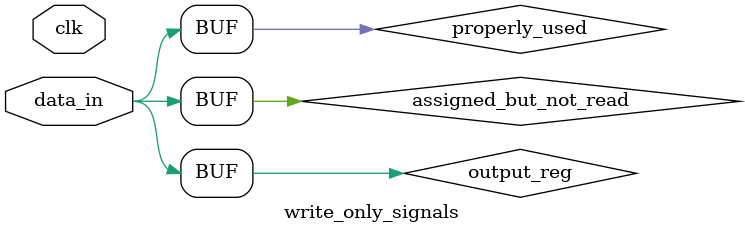
<source format=sv>
module write_only_signals (
  input logic clk,
  input logic data_in
);
  
  // WARNING: write_only is written but never read
  logic write_only;
  always_ff @(posedge clk) begin
    write_only <= data_in;
  end
  // No reader for write_only - this is suspicious
  
  // WARNING: assigned_but_not_read has assignment but no readers
  logic assigned_but_not_read;
  assign assigned_but_not_read = data_in & 1'b1;
  // No reader - likely a bug
  
  // OK: properly_used is both written and read
  logic properly_used;
  assign properly_used = data_in;
  
  logic output_reg;
  assign output_reg = properly_used;
  
endmodule


</source>
